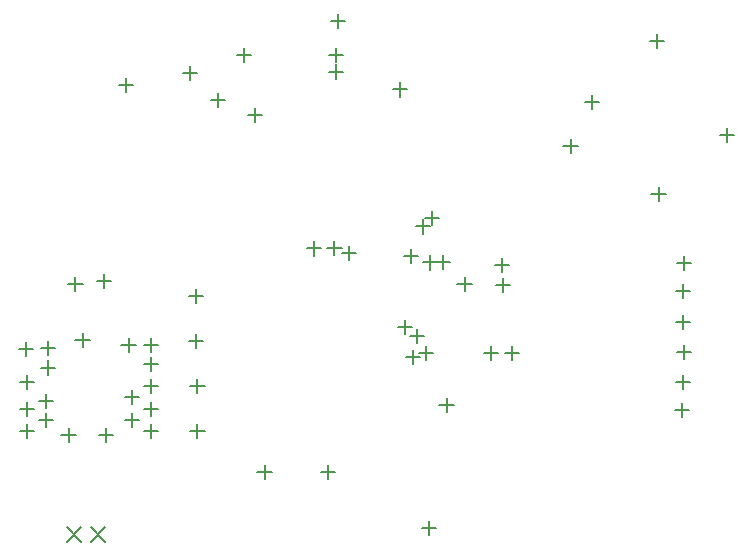
<source format=gbr>
G04 DipTrace 3.2.0.0*
G04 armboard1_layout_12PINCONNECTOR_Plated_Through.gbr*
%MOMM*%
G04 #@! TF.FileFunction,Plated,1,2,PTH,Drill*
G04 #@! TF.Part,Single*
G04 Drill Symbols*
G04 D=0.4 - Cross*
G04 D=0.7 - X*
G04 D=1.1 - Y*
G04 D=3 - T*
%ADD10C,0.2*%
%FSLAX35Y35*%
G04*
G71*
G90*
G75*
G01*
X-3322293Y-1934537D2*
D10*
X-3202293Y-2054537D1*
Y-1934537D2*
X-3322293Y-2054537D1*
X-3122293Y-1934537D2*
X-3002293Y-2054537D1*
Y-1934537D2*
X-3122293Y-2054537D1*
X-2047603Y1743677D2*
Y1623677D1*
X-2107603Y1683677D2*
X-1987603D1*
X-1730377Y1615750D2*
Y1495750D1*
X-1790377Y1555750D2*
X-1670377D1*
X-248093Y368353D2*
Y248353D1*
X-308093Y308353D2*
X-188093D1*
X1900257Y365450D2*
Y245450D1*
X1840257Y305450D2*
X1960257D1*
X-460000Y-180000D2*
Y-300000D1*
X-520000Y-240000D2*
X-400000D1*
X-1047750Y2123750D2*
Y2003750D1*
X-1107750Y2063750D2*
X-987750D1*
X1889577Y126173D2*
Y6173D1*
X1829577Y66173D2*
X1949577D1*
X-397477Y-430970D2*
Y-550970D1*
X-457477Y-490970D2*
X-337477D1*
X-1234040Y487007D2*
Y367007D1*
X-1294040Y427007D2*
X-1174040D1*
X359940Y346823D2*
Y226823D1*
X299940Y286823D2*
X419940D1*
X-410163Y423310D2*
Y303310D1*
X-470163Y363310D2*
X-350163D1*
X443810Y-399223D2*
Y-519223D1*
X383810Y-459223D2*
X503810D1*
X-286363Y-399223D2*
Y-519223D1*
X-346363Y-459223D2*
X-226363D1*
X-360163Y-256690D2*
Y-376690D1*
X-420163Y-316690D2*
X-300163D1*
X41920Y188347D2*
Y68347D1*
X-18080Y128347D2*
X101920D1*
X269203Y-399223D2*
Y-519223D1*
X209203Y-459223D2*
X329203D1*
X366567Y180223D2*
Y60223D1*
X306567Y120223D2*
X426567D1*
X-1031877Y2409500D2*
Y2289500D1*
X-1091877Y2349500D2*
X-971877D1*
X2265697Y1449513D2*
Y1329513D1*
X2205697Y1389513D2*
X2325697D1*
X-3484413Y-521430D2*
Y-641430D1*
X-3544413Y-581430D2*
X-3424413D1*
X1892573Y-137620D2*
Y-257620D1*
X1832573Y-197620D2*
X1952573D1*
X-939097Y450453D2*
Y330453D1*
X-999097Y390453D2*
X-879097D1*
X-1651333Y-1406503D2*
Y-1526503D1*
X-1711333Y-1466503D2*
X-1591333D1*
X-2234947Y-295917D2*
Y-415917D1*
X-2294947Y-355917D2*
X-2174947D1*
X1668260Y2244293D2*
Y2124293D1*
X1608260Y2184293D2*
X1728260D1*
X1898570Y-392423D2*
Y-512423D1*
X1838570Y-452423D2*
X1958570D1*
X-3009210Y211553D2*
Y91553D1*
X-3069210Y151553D2*
X-2949210D1*
X-3501333Y-805490D2*
Y-925490D1*
X-3561333Y-865490D2*
X-3441333D1*
X-3501333Y-964240D2*
Y-1084240D1*
X-3561333Y-1024240D2*
X-3441333D1*
X1118340Y1726307D2*
Y1606307D1*
X1058340Y1666307D2*
X1178340D1*
X-3310837Y-1091233D2*
Y-1211233D1*
X-3370837Y-1151233D2*
X-3250837D1*
X-2993337Y-1091233D2*
Y-1211233D1*
X-3053337Y-1151233D2*
X-2933337D1*
X-2771083Y-964240D2*
Y-1084240D1*
X-2831083Y-1024240D2*
X-2711083D1*
X-2771083Y-773740D2*
Y-893740D1*
X-2831083Y-833740D2*
X-2711083D1*
X-3486103Y-357600D2*
Y-477600D1*
X-3546103Y-417600D2*
X-3426103D1*
X-2802833Y-329233D2*
Y-449233D1*
X-2862833Y-389233D2*
X-2742833D1*
X-2612333Y-329233D2*
Y-449233D1*
X-2672333Y-389233D2*
X-2552333D1*
X-2612333Y-487987D2*
Y-607987D1*
X-2672333Y-547987D2*
X-2552333D1*
X-2612333Y-678490D2*
Y-798490D1*
X-2672333Y-738490D2*
X-2552333D1*
X-2612333Y-868990D2*
Y-988990D1*
X-2672333Y-928990D2*
X-2552333D1*
X-2612333Y-1059483D2*
Y-1179483D1*
X-2672333Y-1119483D2*
X-2552333D1*
X-3660083Y-1059483D2*
Y-1179483D1*
X-3720083Y-1119483D2*
X-3600083D1*
X-3660083Y-868990D2*
Y-988990D1*
X-3720083Y-928990D2*
X-3600083D1*
X-3660083Y-646737D2*
Y-766737D1*
X-3720083Y-706737D2*
X-3600083D1*
X-2234947Y85083D2*
Y-34917D1*
X-2294947Y25083D2*
X-2174947D1*
X-2219073Y-676917D2*
Y-796917D1*
X-2279073Y-736917D2*
X-2159073D1*
X-2219073Y-1057917D2*
Y-1177917D1*
X-2279073Y-1117917D2*
X-2159073D1*
X-1111583Y-1406503D2*
Y-1526503D1*
X-1171583Y-1466503D2*
X-1051583D1*
X1889577Y-644587D2*
Y-764587D1*
X1829577Y-704587D2*
X1949577D1*
X1886183Y-878043D2*
Y-998043D1*
X1826183Y-938043D2*
X1946183D1*
X-503430Y1833477D2*
Y1713477D1*
X-563430Y1773477D2*
X-443430D1*
X-1826313Y2125500D2*
Y2005500D1*
X-1886313Y2065500D2*
X-1766313D1*
X-2825750Y1869750D2*
Y1749750D1*
X-2885750Y1809750D2*
X-2765750D1*
X-3252167Y184480D2*
Y64480D1*
X-3312167Y124480D2*
X-3192167D1*
X-1059097Y490453D2*
Y370453D1*
X-1119097Y430453D2*
X-999097D1*
X-257460Y-1882090D2*
Y-2002090D1*
X-317460Y-1942090D2*
X-197460D1*
X-233723Y746140D2*
Y626140D1*
X-293723Y686140D2*
X-173723D1*
X1684897Y945920D2*
Y825920D1*
X1624897Y885920D2*
X1744897D1*
X-2283327Y1972160D2*
Y1852160D1*
X-2343327Y1912160D2*
X-2223327D1*
X-3192230Y-284613D2*
Y-404613D1*
X-3252230Y-344613D2*
X-3132230D1*
X-3669053Y-365867D2*
Y-485867D1*
X-3729053Y-425867D2*
X-3609053D1*
X-140000Y370000D2*
Y250000D1*
X-200000Y310000D2*
X-80000D1*
X-1043087Y1984683D2*
Y1864683D1*
X-1103087Y1924683D2*
X-983087D1*
X-310163Y673310D2*
Y553310D1*
X-370163Y613310D2*
X-250163D1*
X-110377Y-841533D2*
Y-961533D1*
X-170377Y-901533D2*
X-50377D1*
X939837Y1353310D2*
Y1233310D1*
X879837Y1293310D2*
X999837D1*
M02*

</source>
